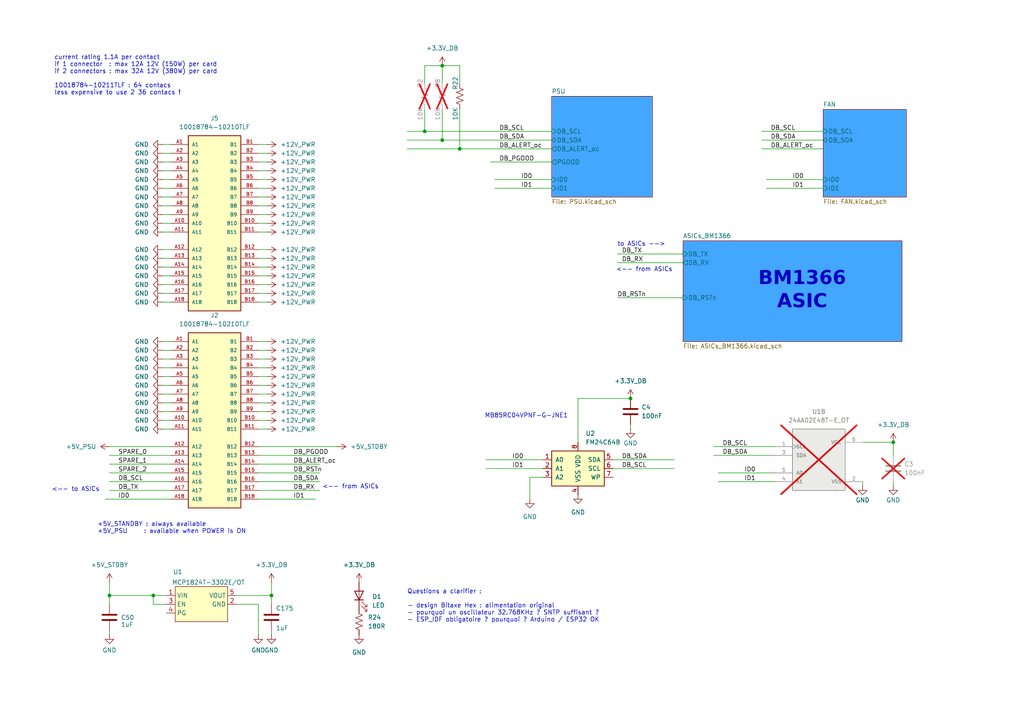
<source format=kicad_sch>
(kicad_sch (version 20231120) (generator "eeschema") (generator_version "8.0")
  (paper "A4")
  (lib_symbols
    (symbol "10018784-10210TLF:10018784-10210TLF" (pin_names (offset 1.016))
      (property "Reference" "J" (at -7.6109 26.1679 0))
      (property "Value" "10018784-10210TLF" (at -7.6106 -28.0246 0))
      (symbol "10018784-10210TLF_0_0"
        (rectangle (start -7.62 -25.4) (end 7.62 25.4) (stroke (width 0.254)) (fill (type background)))
        (pin passive line (at -12.7 22.86 0) (length 5.08) (name "A1") (number "A1"))
        (pin passive line (at -12.7 0 0) (length 5.08) (name "A10") (number "A10"))
        (pin passive line (at -12.7 -2.54 0) (length 5.08) (name "A11") (number "A11"))
        (pin passive line (at -12.7 -7.62 0) (length 5.08) (name "A12") (number "A12"))
        (pin passive line (at -12.7 -10.16 0) (length 5.08) (name "A13") (number "A13"))
        (pin passive line (at -12.7 -12.7 0) (length 5.08) (name "A14") (number "A14"))
        (pin passive line (at -12.7 -15.24 0) (length 5.08) (name "A15") (number "A15"))
        (pin passive line (at -12.7 -17.78 0) (length 5.08) (name "A16") (number "A16"))
        (pin passive line (at -12.7 -20.32 0) (length 5.08) (name "A17") (number "A17"))
        (pin passive line (at -12.7 -22.86 0) (length 5.08) (name "A18") (number "A18"))
        (pin passive line (at -12.7 20.32 0) (length 5.08) (name "A2") (number "A2"))
        (pin passive line (at -12.7 17.78 0) (length 5.08) (name "A3") (number "A3"))
        (pin passive line (at -12.7 15.24 0) (length 5.08) (name "A4") (number "A4"))
        (pin passive line (at -12.7 12.7 0) (length 5.08) (name "A5") (number "A5"))
        (pin passive line (at -12.7 10.16 0) (length 5.08) (name "A6") (number "A6"))
        (pin passive line (at -12.7 7.62 0) (length 5.08) (name "A7") (number "A7"))
        (pin passive line (at -12.7 5.08 0) (length 5.08) (name "A8") (number "A8"))
        (pin passive line (at -12.7 2.54 0) (length 5.08) (name "A9") (number "A9"))
        (pin passive line (at 12.7 22.86 180) (length 5.08) (name "B1") (number "B1"))
        (pin passive line (at 12.7 0 180) (length 5.08) (name "B10") (number "B10"))
        (pin passive line (at 12.7 -2.54 180) (length 5.08) (name "B11") (number "B11"))
        (pin passive line (at 12.7 -7.62 180) (length 5.08) (name "B12") (number "B12"))
        (pin passive line (at 12.7 -10.16 180) (length 5.08) (name "B13") (number "B13"))
        (pin passive line (at 12.7 -12.7 180) (length 5.08) (name "B14") (number "B14"))
        (pin passive line (at 12.7 -15.24 180) (length 5.08) (name "B15") (number "B15"))
        (pin passive line (at 12.7 -17.78 180) (length 5.08) (name "B16") (number "B16"))
        (pin passive line (at 12.7 -20.32 180) (length 5.08) (name "B17") (number "B17"))
        (pin passive line (at 12.7 -22.86 180) (length 5.08) (name "B18") (number "B18"))
        (pin passive line (at 12.7 20.32 180) (length 5.08) (name "B2") (number "B2"))
        (pin passive line (at 12.7 17.78 180) (length 5.08) (name "B3") (number "B3"))
        (pin passive line (at 12.7 15.24 180) (length 5.08) (name "B4") (number "B4"))
        (pin passive line (at 12.7 12.7 180) (length 5.08) (name "B5") (number "B5"))
        (pin passive line (at 12.7 10.16 180) (length 5.08) (name "B6") (number "B6"))
        (pin passive line (at 12.7 7.62 180) (length 5.08) (name "B7") (number "B7"))
        (pin passive line (at 12.7 5.08 180) (length 5.08) (name "B8") (number "B8"))
        (pin passive line (at 12.7 2.54 180) (length 5.08) (name "B9") (number "B9"))
      )
    )
    (symbol "24AA025E48T-E_OT_1" (pin_names (offset 1.016))
      (property "Reference" "U" (at -7.62 10.668 0))
      (property "Value" "24AA025E48T-E_OT" (at -7.62 -10.16 0))
      (symbol "24AA025E48T-E_OT_1_0_0"
        (rectangle (start -7.62 -7.62) (end 7.62 10.16) (stroke (width 0.254)) (fill (type background)))
        (pin input clock (at -12.7 5.08 0) (length 5.08) (name "SCL") (number "1"))
        (pin bidirectional line (at -12.7 2.54 0) (length 5.08) (name "SDA") (number "3"))
        (pin input line (at -12.7 -5.08 0) (length 5.08) (name "A1") (number "4"))
        (pin input line (at -12.7 -2.54 0) (length 5.08) (name "A0") (number "5"))
        (pin power_in line (at 12.7 6.35 180) (length 5.08) (name "VCC") (number "6"))
      )
      (symbol "24AA025E48T-E_OT_1_1_0"
        (pin power_out line (at 12.7 -5.08 180) (length 5.08) (name "VSS") (number "2"))
      )
    )
    (symbol "Device:C" (pin_numbers hide) (pin_names (offset 0.254))
      (property "Reference" "C" (at 0.635 2.54 0))
      (property "Value" "C" (at 0.635 -2.54 0))
      (symbol "C_0_1"
        (polyline (pts (xy -2.032 -0.762) (xy 2.032 -0.762)) (stroke (width 0.508)))
        (polyline (pts (xy -2.032 0.762) (xy 2.032 0.762)) (stroke (width 0.508)))
      )
      (symbol "C_1_1"
        (pin passive line (at 0 3.81 270) (length 2.794) (name "~") (number "1"))
        (pin passive line (at 0 -3.81 90) (length 2.794) (name "~") (number "2"))
      )
    )
    (symbol "Device:LED" (pin_numbers hide) (pin_names (offset 1.016) hide)
      (property "Reference" "D" (at 0 2.54 0))
      (property "Value" "LED" (at 0 -2.54 0))
      (symbol "LED_0_1"
        (polyline (pts (xy -1.27 -1.27) (xy -1.27 1.27)) (stroke (width 0.254)))
        (polyline (pts (xy -1.27 0) (xy 1.27 0)))
        (polyline (pts (xy 1.27 -1.27) (xy 1.27 1.27) (xy -1.27 0) (xy 1.27 -1.27)) (stroke (width 0.254)))
        (polyline (pts (xy -3.048 -0.762) (xy -4.572 -2.286) (xy -3.81 -2.286) (xy -4.572 -2.286) (xy -4.572 -1.524)))
        (polyline (pts (xy -1.778 -0.762) (xy -3.302 -2.286) (xy -2.54 -2.286) (xy -3.302 -2.286) (xy -3.302 -1.524)))
      )
      (symbol "LED_1_1"
        (pin passive line (at -3.81 0 0) (length 2.54) (name "K") (number "1"))
        (pin passive line (at 3.81 0 180) (length 2.54) (name "A") (number "2"))
      )
    )
    (symbol "Device:R_US" (pin_numbers hide) (pin_names (offset 0))
      (property "Reference" "R" (at 2.54 0 90))
      (property "Value" "R_US" (at -2.54 0 90))
      (symbol "R_US_0_1"
        (polyline (pts (xy 0 -2.286) (xy 0 -2.54)))
        (polyline (pts (xy 0 2.286) (xy 0 2.54)))
        (polyline (pts (xy 0 -0.762) (xy 1.016 -1.143) (xy 0 -1.524) (xy -1.016 -1.905) (xy 0 -2.286)))
        (polyline (pts (xy 0 0.762) (xy 1.016 0.381) (xy 0 0) (xy -1.016 -0.381) (xy 0 -0.762)))
        (polyline (pts (xy 0 2.286) (xy 1.016 1.905) (xy 0 1.524) (xy -1.016 1.143) (xy 0 0.762)))
      )
      (symbol "R_US_1_1"
        (pin passive line (at 0 3.81 270) (length 1.27) (name "~") (number "1"))
        (pin passive line (at 0 -3.81 90) (length 1.27) (name "~") (number "2"))
      )
    )
    (symbol "MCP1824_1"
      (property "Reference" "U" (at -7.62 5.08 0))
      (property "Value" "MCP1824_1" (at 5.08 5.08 0))
      (symbol "MCP1824_1_0_1"
        (rectangle (start -7.62 3.81) (end 7.62 -6.35) (stroke (width 0.1524)) (fill (type background)))
      )
      (symbol "MCP1824_1_1_0"
        (pin bidirectional line (at -10.16 1.27 0) (length 2.54) (name "VIN") (number "1"))
        (pin bidirectional line (at 10.16 -1.27 180) (length 2.54) (name "GND") (number "2"))
        (pin bidirectional line (at -10.16 -1.27 0) (length 2.54) (name "EN") (number "3"))
        (pin bidirectional line (at -10.16 -3.81 0) (length 2.54) (name "PG") (number "4"))
        (pin bidirectional line (at 10.16 1.27 180) (length 2.54) (name "VOUT") (number "5"))
      )
    )
    (symbol "Memory_NVRAM:FM24C64B" (pin_names (offset 1.016))
      (property "Reference" "U" (at -5.08 8.89 0))
      (property "Value" "FM24C64B" (at 6.35 -8.89 0))
      (symbol "FM24C64B_0_1"
        (rectangle (start -7.62 5.08) (end 7.62 -5.08) (stroke (width 0.254)) (fill (type background)))
      )
      (symbol "FM24C64B_1_1"
        (pin input line (at -10.16 2.54 0) (length 2.54) (name "A0") (number "1"))
        (pin input line (at -10.16 0 0) (length 2.54) (name "A1") (number "2"))
        (pin input line (at -10.16 -2.54 0) (length 2.54) (name "A2") (number "3"))
        (pin power_in line (at 0 -7.62 90) (length 2.54) (name "VSS") (number "4"))
        (pin bidirectional line (at 10.16 2.54 180) (length 2.54) (name "SDA") (number "5"))
        (pin input line (at 10.16 0 180) (length 2.54) (name "SCL") (number "6"))
        (pin input line (at 10.16 -2.54 180) (length 2.54) (name "WP") (number "7"))
        (pin power_in line (at 0 7.62 270) (length 2.54) (name "VDD") (number "8"))
      )
    )
    (symbol "power:+3.3V" (power) (pin_names (offset 0))
      (property "Value" "+3.3V" (at 0 3.556 0))
      (symbol "+3.3V_0_1"
        (polyline (pts (xy -0.762 1.27) (xy 0 2.54)))
        (polyline (pts (xy 0 0) (xy 0 2.54)))
        (polyline (pts (xy 0 2.54) (xy 0.762 1.27)))
      )
      (symbol "+3.3V_1_1"
        (pin power_in line (at 0 0 90) (length 0) hide (name "+3.3V") (number "1"))
      )
    )
    (symbol "power:GND" (power) (pin_numbers hide) (pin_names (offset 0) hide)
      (property "Value" "GND" (at 0 -3.81 0))
      (symbol "GND_0_1"
        (polyline (pts (xy 0 0) (xy 0 -1.27) (xy 1.27 -1.27) (xy 0 -2.54) (xy -1.27 -1.27) (xy 0 -1.27)))
      )
      (symbol "GND_1_1"
        (pin power_in line (at 0 0 270) (length 0) (name "~") (number "1"))
      )
    )
  )
  (junction (at 128.27 19.05))
  (junction (at 128.27 40.64))
  (junction (at 259.08 128.27))
  (junction (at 182.88 115.57))
  (junction (at 123.19 38.1))
  (junction (at 31.75 172.72))
  (junction (at 78.74 172.72))
  (junction (at 133.35 43.18))
  (junction (at 44.45 172.72))
  (wire (pts (xy 118.11 38.1) (xy 123.19 38.1)))
  (wire (pts (xy 31.75 172.72) (xy 31.75 175.26)))
  (wire (pts (xy 74.93 52.07) (xy 77.47 52.07)))
  (wire (pts (xy 224.79 137.16) (xy 208.28 137.16)))
  (wire (pts (xy 31.75 134.62) (xy 49.53 134.62)))
  (wire (pts (xy 74.93 62.23) (xy 77.47 62.23)))
  (wire (pts (xy 31.75 129.54) (xy 49.53 129.54)))
  (wire (pts (xy 133.35 43.18) (xy 160.02 43.18)))
  (wire (pts (xy 31.75 139.7) (xy 49.53 139.7)))
  (wire (pts (xy 31.75 168.91) (xy 31.75 172.72)))
  (wire (pts (xy 133.35 19.05) (xy 133.35 24.13)))
  (wire (pts (xy 153.67 144.78) (xy 153.67 138.43)))
  (wire (pts (xy 46.99 121.92) (xy 49.53 121.92)))
  (wire (pts (xy 77.47 111.76) (xy 74.93 111.76)))
  (wire (pts (xy 118.11 40.64) (xy 128.27 40.64)))
  (wire (pts (xy 123.19 24.13) (xy 123.19 19.05)))
  (wire (pts (xy 74.93 80.01) (xy 77.47 80.01)))
  (wire (pts (xy 46.99 52.07) (xy 49.53 52.07)))
  (wire (pts (xy 153.67 138.43) (xy 157.48 138.43)))
  (wire (pts (xy 220.98 38.1) (xy 238.76 38.1)))
  (wire (pts (xy 46.99 119.38) (xy 49.53 119.38)))
  (wire (pts (xy 167.64 128.27) (xy 167.64 115.57)))
  (wire (pts (xy 46.99 80.01) (xy 49.53 80.01)))
  (wire (pts (xy 220.98 43.18) (xy 238.76 43.18)))
  (wire (pts (xy 31.75 172.72) (xy 44.45 172.72)))
  (wire (pts (xy 46.99 106.68) (xy 49.53 106.68)))
  (wire (pts (xy 160.02 54.61) (xy 143.51 54.61)))
  (wire (pts (xy 177.8 135.89) (xy 195.58 135.89)))
  (wire (pts (xy 77.47 106.68) (xy 74.93 106.68)))
  (wire (pts (xy 46.99 72.39) (xy 49.53 72.39)))
  (wire (pts (xy 44.45 172.72) (xy 48.26 172.72)))
  (wire (pts (xy 78.74 184.15) (xy 78.74 182.88)))
  (wire (pts (xy 128.27 31.75) (xy 128.27 40.64)))
  (wire (pts (xy 46.99 64.77) (xy 49.53 64.77)))
  (wire (pts (xy 77.47 41.91) (xy 74.93 41.91)))
  (wire (pts (xy 46.99 74.93) (xy 49.53 74.93)))
  (wire (pts (xy 46.99 41.91) (xy 49.53 41.91)))
  (wire (pts (xy 179.07 73.66) (xy 198.12 73.66)))
  (wire (pts (xy 46.99 59.69) (xy 49.53 59.69)))
  (wire (pts (xy 74.93 184.15) (xy 74.93 175.26)))
  (wire (pts (xy 46.99 109.22) (xy 49.53 109.22)))
  (wire (pts (xy 46.99 57.15) (xy 49.53 57.15)))
  (wire (pts (xy 46.99 54.61) (xy 49.53 54.61)))
  (wire (pts (xy 74.93 129.54) (xy 97.79 129.54)))
  (wire (pts (xy 224.79 139.7) (xy 208.28 139.7)))
  (wire (pts (xy 77.47 82.55) (xy 74.93 82.55)))
  (wire (pts (xy 77.47 49.53) (xy 74.93 49.53)))
  (wire (pts (xy 123.19 19.05) (xy 128.27 19.05)))
  (wire (pts (xy 160.02 52.07) (xy 143.51 52.07)))
  (wire (pts (xy 77.47 64.77) (xy 74.93 64.77)))
  (wire (pts (xy 46.99 99.06) (xy 49.53 99.06)))
  (wire (pts (xy 118.11 43.18) (xy 133.35 43.18)))
  (wire (pts (xy 128.27 19.05) (xy 133.35 19.05)))
  (wire (pts (xy 91.44 144.78) (xy 74.93 144.78)))
  (wire (pts (xy 157.48 133.35) (xy 140.97 133.35)))
  (wire (pts (xy 250.19 140.97) (xy 250.19 139.7)))
  (wire (pts (xy 238.76 52.07) (xy 222.25 52.07)))
  (wire (pts (xy 46.99 46.99) (xy 49.53 46.99)))
  (wire (pts (xy 238.76 54.61) (xy 222.25 54.61)))
  (wire (pts (xy 74.93 44.45) (xy 77.47 44.45)))
  (wire (pts (xy 46.99 116.84) (xy 49.53 116.84)))
  (wire (pts (xy 77.47 77.47) (xy 74.93 77.47)))
  (wire (pts (xy 46.99 104.14) (xy 49.53 104.14)))
  (wire (pts (xy 74.93 109.22) (xy 77.47 109.22)))
  (wire (pts (xy 74.93 139.7) (xy 92.71 139.7)))
  (wire (pts (xy 77.47 116.84) (xy 74.93 116.84)))
  (wire (pts (xy 44.45 172.72) (xy 44.45 175.26)))
  (wire (pts (xy 78.74 172.72) (xy 78.74 175.26)))
  (wire (pts (xy 77.47 59.69) (xy 74.93 59.69)))
  (wire (pts (xy 74.93 85.09) (xy 77.47 85.09)))
  (wire (pts (xy 74.93 134.62) (xy 92.71 134.62)))
  (wire (pts (xy 46.99 101.6) (xy 49.53 101.6)))
  (wire (pts (xy 74.93 114.3) (xy 77.47 114.3)))
  (wire (pts (xy 133.35 31.75) (xy 133.35 43.18)))
  (wire (pts (xy 46.99 62.23) (xy 49.53 62.23)))
  (wire (pts (xy 179.07 76.2) (xy 198.12 76.2)))
  (wire (pts (xy 74.93 124.46) (xy 77.47 124.46)))
  (wire (pts (xy 77.47 72.39) (xy 74.93 72.39)))
  (wire (pts (xy 128.27 19.05) (xy 128.27 24.13)))
  (wire (pts (xy 46.99 114.3) (xy 49.53 114.3)))
  (wire (pts (xy 77.47 54.61) (xy 74.93 54.61)))
  (wire (pts (xy 123.19 38.1) (xy 160.02 38.1)))
  (wire (pts (xy 46.99 77.47) (xy 49.53 77.47)))
  (wire (pts (xy 259.08 132.08) (xy 259.08 128.27)))
  (wire (pts (xy 46.99 85.09) (xy 49.53 85.09)))
  (wire (pts (xy 74.93 175.26) (xy 68.58 175.26)))
  (wire (pts (xy 74.93 137.16) (xy 92.71 137.16)))
  (wire (pts (xy 74.93 132.08) (xy 92.71 132.08)))
  (wire (pts (xy 77.47 87.63) (xy 74.93 87.63)))
  (wire (pts (xy 78.74 168.91) (xy 78.74 172.72)))
  (wire (pts (xy 46.99 67.31) (xy 49.53 67.31)))
  (wire (pts (xy 74.93 119.38) (xy 77.47 119.38)))
  (wire (pts (xy 46.99 82.55) (xy 49.53 82.55)))
  (wire (pts (xy 31.75 137.16) (xy 49.53 137.16)))
  (wire (pts (xy 46.99 87.63) (xy 49.53 87.63)))
  (wire (pts (xy 74.93 57.15) (xy 77.47 57.15)))
  (wire (pts (xy 31.75 142.24) (xy 49.53 142.24)))
  (wire (pts (xy 179.07 86.36) (xy 198.12 86.36)))
  (wire (pts (xy 142.24 46.99) (xy 160.02 46.99)))
  (wire (pts (xy 31.75 132.08) (xy 49.53 132.08)))
  (wire (pts (xy 46.99 111.76) (xy 49.53 111.76)))
  (wire (pts (xy 74.93 67.31) (xy 77.47 67.31)))
  (wire (pts (xy 30.48 144.78) (xy 49.53 144.78)))
  (wire (pts (xy 46.99 44.45) (xy 49.53 44.45)))
  (wire (pts (xy 167.64 115.57) (xy 182.88 115.57)))
  (wire (pts (xy 44.45 175.26) (xy 48.26 175.26)))
  (wire (pts (xy 74.93 101.6) (xy 77.47 101.6)))
  (wire (pts (xy 77.47 46.99) (xy 74.93 46.99)))
  (wire (pts (xy 74.93 74.93) (xy 77.47 74.93)))
  (wire (pts (xy 157.48 135.89) (xy 140.97 135.89)))
  (wire (pts (xy 259.08 139.7) (xy 259.08 140.97)))
  (wire (pts (xy 46.99 124.46) (xy 49.53 124.46)))
  (wire (pts (xy 207.01 129.54) (xy 224.79 129.54)))
  (wire (pts (xy 207.01 132.08) (xy 224.79 132.08)))
  (wire (pts (xy 250.19 128.27) (xy 259.08 128.27)))
  (wire (pts (xy 123.19 31.75) (xy 123.19 38.1)))
  (wire (pts (xy 220.98 40.64) (xy 238.76 40.64)))
  (wire (pts (xy 177.8 133.35) (xy 195.58 133.35)))
  (wire (pts (xy 74.93 142.24) (xy 92.71 142.24)))
  (wire (pts (xy 77.47 104.14) (xy 74.93 104.14)))
  (wire (pts (xy 46.99 49.53) (xy 49.53 49.53)))
  (wire (pts (xy 182.88 123.19) (xy 182.88 124.46)))
  (wire (pts (xy 77.47 99.06) (xy 74.93 99.06)))
  (wire (pts (xy 77.47 121.92) (xy 74.93 121.92)))
  (wire (pts (xy 68.58 172.72) (xy 78.74 172.72)))
  (wire (pts (xy 31.75 184.15) (xy 31.75 182.88)))
  (wire (pts (xy 128.27 40.64) (xy 160.02 40.64)))
  (text "<-- from ASICs" (at 93.472 141.224 0) (effects (font (size 1.27 1.27)) (justify left)))
  (text "MB85RC04VPNF-G-JNE1" (at 152.654 120.65 0) (effects (font (size 1.27 1.27))))
  (text "<-- from ASICs" (at 195.072 78.232 0) (effects (font (size 1.27 1.27)) (justify right)))
  (text "<-- to ASICs" (at 14.986 141.986 0) (effects (font (size 1.27 1.27)) (justify left)))
  (text "Questions a clarifier :\n\n- design Bitaxe Hex : alimentation original\n- pourquoi un oscillateur 32.768KHz ? SNTP suffisant ?\n- ESP_IDF obligatoire ? pourquoi ? Arduino / ESP32 OK\n" (at 118.11 175.768 0) (effects (font (size 1.27 1.27)) (justify left)))
  (text "to ASICs -->" (at 179.07 70.866 0) (effects (font (size 1.27 1.27)) (justify left)))
  (text "BM1366\nASIC" (at 232.664 85.344 0) (effects (font (size 4 4) (thickness 0.8) (bold yes))))
  (text "current rating 1.1A per contact\nif 1 connector  : max 12A 12V (150W) per card\nif 2 connectors : max 32A 12V (380W) per card\n\n10018784-10211TLF : 64 contacs\nless expensive to use 2 36 contacs !" (at 15.748 21.844 0) (effects (font (size 1.27 1.27)) (justify left)))
  (text "+5V_STANDBY : always available\n+5V_PSU     : available when POWER is ON" (at 28.194 153.162 0) (effects (font (size 1.27 1.27)) (justify left)))
  (label "DB_PGOOD" (at 85.09 132.08 0))
  (label "SPARE_0" (at 34.29 132.08 0))
  (label "ID1" (at 148.59 135.89 0))
  (label "DB_RX" (at 180.34 76.2 0))
  (label "SPARE_1" (at 34.29 134.62 0))
  (label "SPARE_2" (at 34.29 137.16 0))
  (label "DB_SDA" (at 85.09 139.7 0))
  (label "DB_SCL" (at 223.52 38.1 0))
  (label "ID0" (at 148.59 133.35 0))
  (label "DB_SDA" (at 180.34 133.35 0))
  (label "DB_ALERT_oc" (at 85.09 134.62 0))
  (label "ID1" (at 151.13 54.61 0))
  (label "DB_SCL" (at 34.29 139.7 0))
  (label "ID1" (at 215.9 139.7 0))
  (label "ID1" (at 229.87 54.61 0))
  (label "ID1" (at 85.09 144.78 0))
  (label "DB_SDA" (at 144.78 40.64 0))
  (label "DB_RSTn" (at 85.09 137.16 0))
  (label "ID0" (at 34.29 144.78 0))
  (label "ID0" (at 229.87 52.07 0))
  (label "DB_RSTn" (at 179.07 86.36 0))
  (label "DB_TX" (at 180.34 73.66 0))
  (label "DB_PGOOD" (at 144.78 46.99 0))
  (label "DB_SDA" (at 209.55 132.08 0))
  (label "ID0" (at 215.9 137.16 0))
  (label "DB_SCL" (at 144.78 38.1 0))
  (label "DB_RX" (at 85.09 142.24 0))
  (label "DB_SCL" (at 180.34 135.89 0))
  (label "ID0" (at 151.13 52.07 0))
  (label "DB_TX" (at 34.29 142.24 0))
  (label "DB_SDA" (at 223.52 40.64 0))
  (label "DB_ALERT_oc" (at 223.52 43.18 0))
  (label "DB_SCL" (at 209.55 129.54 0))
  (label "DB_ALERT_oc" (at 144.78 43.18 0))
  (symbol (lib_id "power:GND") (at 74.93 184.15 0) (mirror y) (unit 1)
    (property "Reference" "#PWR046" (effects (hide yes)))
    (property "Value" "GND" (at 74.93 188.595 0))
  )
  (symbol (lib_id "power:+3.3V") (at 77.47 41.91 270) (unit 1)
    (property "Reference" "#PWR0245" (effects (hide yes)))
    (property "Value" "+12V_PWR" (at 81.28 41.9099 90) (effects (justify left)))
  )
  (symbol (lib_id "power:GND") (at 31.75 184.15 0) (mirror y) (unit 1)
    (property "Reference" "#PWR039" (effects (hide yes)))
    (property "Value" "GND" (at 31.75 188.595 0))
  )
  (symbol (lib_id "power:GND") (at 46.99 67.31 270) (unit 1)
    (property "Reference" "#PWR0242" (effects (hide yes)))
    (property "Value" "GND" (at 43.18 67.3099 90) (effects (justify right)))
    (property "Description" "Power symbol creates a global label with name \"GND\" , ground" (effects (hide yes)))
  )
  (symbol (lib_id "power:+3.3V") (at 77.47 46.99 270) (unit 1)
    (property "Reference" "#PWR0247" (effects (hide yes)))
    (property "Value" "+12V_PWR" (at 81.28 46.9899 90) (effects (justify left)))
  )
  (symbol (lib_id "power:GND") (at 46.99 46.99 270) (unit 1)
    (property "Reference" "#PWR0211" (effects (hide yes)))
    (property "Value" "GND" (at 43.18 46.9899 90) (effects (justify right)))
    (property "Description" "Power symbol creates a global label with name \"GND\" , ground" (effects (hide yes)))
  )
  (symbol (lib_id "power:GND") (at 46.99 44.45 270) (unit 1)
    (property "Reference" "#PWR0208" (effects (hide yes)))
    (property "Value" "GND" (at 43.18 44.4499 90) (effects (justify right)))
    (property "Description" "Power symbol creates a global label with name \"GND\" , ground" (effects (hide yes)))
  )
  (symbol (lib_id "power:+3.3V") (at 77.47 80.01 270) (unit 1)
    (property "Reference" "#PWR0263" (effects (hide yes)))
    (property "Value" "+12V_PWR" (at 81.28 80.0099 90) (effects (justify left)))
  )
  (symbol (lib_id "power:GND") (at 46.99 82.55 270) (unit 1)
    (property "Reference" "#PWR0259" (effects (hide yes)))
    (property "Value" "GND" (at 43.18 82.5499 90) (effects (justify right)))
    (property "Description" "Power symbol creates a global label with name \"GND\" , ground" (effects (hide yes)))
  )
  (symbol (lib_id "power:+3.3V") (at 77.47 109.22 270) (unit 1)
    (property "Reference" "#PWR017" (effects (hide yes)))
    (property "Value" "+12V_PWR" (at 81.28 109.2199 90) (effects (justify left)))
  )
  (symbol (lib_id "power:GND") (at 46.99 119.38 270) (unit 1)
    (property "Reference" "#PWR06" (effects (hide yes)))
    (property "Value" "GND" (at 43.18 119.3799 90) (effects (justify right)))
    (property "Description" "Power symbol creates a global label with name \"GND\" , ground" (effects (hide yes)))
  )
  (symbol (lib_id "power:GND") (at 46.99 52.07 270) (unit 1)
    (property "Reference" "#PWR0213" (effects (hide yes)))
    (property "Value" "GND" (at 43.18 52.0699 90) (effects (justify right)))
    (property "Description" "Power symbol creates a global label with name \"GND\" , ground" (effects (hide yes)))
  )
  (symbol (lib_id "power:GND") (at 46.99 77.47 270) (unit 1)
    (property "Reference" "#PWR0190" (effects (hide yes)))
    (property "Value" "GND" (at 43.18 77.4699 90) (effects (justify right)))
    (property "Description" "Power symbol creates a global label with name \"GND\" , ground" (effects (hide yes)))
  )
  (symbol (lib_id "power:GND") (at 153.67 144.78 0) (unit 1)
    (property "Reference" "#PWR016" (effects (hide yes)))
    (property "Value" "GND" (at 153.67 149.86 0))
    (property "Description" "Power symbol creates a global label with name \"GND\" , ground" (effects (hide yes)))
  )
  (symbol (lib_id "Device:C") (at 259.08 135.89 0) (unit 1) (dnp yes)
    (property "Reference" "C3" (at 262.255 134.62 0) (effects (justify left)))
    (property "Value" "100nF" (at 262.255 137.16 0) (effects (justify left)))
    (property "Footprint" "Capacitor_SMD:C_0402_1005Metric" (effects (hide yes)))
    (property "DK" "490-6321-1-ND" (effects (hide yes)))
    (property "PARTNO" "GRM155R71A104KA01D" (effects (hide yes)))
  )
  (symbol (lib_id "power:GND") (at 182.88 124.46 0) (unit 1)
    (property "Reference" "#PWR047" (effects (hide yes)))
    (property "Value" "GND" (at 182.88 128.524 0))
    (property "Description" "Power symbol creates a global label with name \"GND\" , ground" (effects (hide yes)))
  )
  (symbol (lib_id "power:+3.3V") (at 77.47 67.31 270) (unit 1)
    (property "Reference" "#PWR0255" (effects (hide yes)))
    (property "Value" "+12V_PWR" (at 81.28 67.3099 90) (effects (justify left)))
  )
  (symbol (lib_id "power:GND") (at 46.99 49.53 270) (unit 1)
    (property "Reference" "#PWR0212" (effects (hide yes)))
    (property "Value" "GND" (at 43.18 49.5299 90) (effects (justify right)))
    (property "Description" "Power symbol creates a global label with name \"GND\" , ground" (effects (hide yes)))
  )
  (symbol (lib_id "power:+3.3V") (at 77.47 44.45 270) (unit 1)
    (property "Reference" "#PWR0246" (effects (hide yes)))
    (property "Value" "+12V_PWR" (at 81.28 44.4499 90) (effects (justify left)))
  )
  (symbol (lib_id "Device:C") (at 78.74 179.07 0) (unit 1)
    (property "Reference" "C175" (at 80.01 177.165 0) (effects (justify left bottom)))
    (property "Value" "1uF" (at 80.01 182.88 0) (effects (justify left bottom)))
    (property "Footprint" "Capacitor_SMD:C_0402_1005Metric" (effects (hide yes)))
    (property "DK" "587-5514-1-ND" (effects (hide yes)))
    (property "PARTNO" "EMK105BJ105MV-F" (effects (hide yes)))
  )
  (symbol (lib_id "power:+3.3V") (at 182.88 115.57 0) (unit 1)
    (property "Reference" "#PWR0218" (effects (hide yes)))
    (property "Value" "+3.3V_DB" (at 182.88 110.49 0))
  )
  (symbol (lib_id "power:+3.3V") (at 77.47 77.47 270) (unit 1)
    (property "Reference" "#PWR0262" (effects (hide yes)))
    (property "Value" "+12V_PWR" (at 81.28 77.4699 90) (effects (justify left)))
  )
  (symbol (lib_id "power:GND") (at 259.08 140.97 0) (unit 1)
    (property "Reference" "#PWR024" (effects (hide yes)))
    (property "Value" "GND" (at 259.08 145.034 0))
    (property "Description" "Power symbol creates a global label with name \"GND\" , ground" (effects (hide yes)))
  )
  (symbol (lib_id "power:+3.3V") (at 77.47 104.14 270) (unit 1)
    (property "Reference" "#PWR028" (effects (hide yes)))
    (property "Value" "+12V_PWR" (at 81.28 104.1399 90) (effects (justify left)))
  )
  (symbol (lib_id "power:+3.3V") (at 77.47 52.07 270) (unit 1)
    (property "Reference" "#PWR0249" (effects (hide yes)))
    (property "Value" "+12V_PWR" (at 81.28 52.0699 90) (effects (justify left)))
  )
  (symbol (lib_id "power:GND") (at 104.14 184.15 0) (unit 1)
    (property "Reference" "#PWR0173" (effects (hide yes)))
    (property "Value" "GND" (at 104.14 189.23 0))
    (property "Description" "Power symbol creates a global label with name \"GND\" , ground" (effects (hide yes)))
  )
  (symbol (lib_id "power:+3.3V") (at 77.47 106.68 270) (unit 1)
    (property "Reference" "#PWR029" (effects (hide yes)))
    (property "Value" "+12V_PWR" (at 81.28 106.6799 90) (effects (justify left)))
  )
  (symbol (lib_id "power:+3.3V") (at 77.47 85.09 270) (unit 1)
    (property "Reference" "#PWR0265" (effects (hide yes)))
    (property "Value" "+12V_PWR" (at 81.28 85.0899 90) (effects (justify left)))
  )
  (symbol (lib_id "power:GND") (at 46.99 74.93 270) (unit 1)
    (property "Reference" "#PWR0244" (effects (hide yes)))
    (property "Value" "GND" (at 43.18 74.9299 90) (effects (justify right)))
    (property "Description" "Power symbol creates a global label with name \"GND\" , ground" (effects (hide yes)))
  )
  (symbol (lib_id "power:+3.3V") (at 77.47 59.69 270) (unit 1)
    (property "Reference" "#PWR0252" (effects (hide yes)))
    (property "Value" "+12V_PWR" (at 81.28 59.6899 90) (effects (justify left)))
  )
  (symbol (lib_id "Device:R_US") (at 123.19 27.94 180) (unit 1) (dnp yes)
    (property "Reference" "R2" (at 121.92 24.13 90))
    (property "Value" "10K" (at 121.92 33.02 90))
    (property "Footprint" "Resistor_SMD:R_0402_1005Metric" (effects (hide yes)))
  )
  (symbol (lib_id "power:GND") (at 46.99 99.06 270) (unit 1)
    (property "Reference" "#PWR011" (effects (hide yes)))
    (property "Value" "GND" (at 43.18 99.0599 90) (effects (justify right)))
    (property "Description" "Power symbol creates a global label with name \"GND\" , ground" (effects (hide yes)))
  )
  (symbol (lib_id "power:+3.3V") (at 77.47 57.15 270) (unit 1)
    (property "Reference" "#PWR0251" (effects (hide yes)))
    (property "Value" "+12V_PWR" (at 81.28 57.1499 90) (effects (justify left)))
  )
  (symbol (lib_name "24AA025E48T-E_OT_1") (lib_id "EKO_Miner_ASIClib:24AA025E48T-E_OT") (at 237.49 134.62 0) (unit 1) (dnp yes)
    (property "Reference" "U18" (at 237.49 119.38 0))
    (property "Value" "24AA02E48T-E_OT" (at 237.49 121.92 0))
    (property "Footprint" "Package_TO_SOT_SMD:SOT-23-6" (effects (hide yes)))
    (property "MF" "Microchip" (effects (hide yes)))
    (property "SNAPEDA_PACKAGE_ID" "121498" (effects (hide yes)))
    (property "MAXIMUM_PACKAGE_HEIGHT" "1.45 mm" (effects (hide yes)))
    (property "Price" "None" (effects (hide yes)))
    (property "Package" "SOT-23-6 Microchip" (effects (hide yes)))
    (property "Check_prices" "https://www.snapeda.com/parts/24AA025E48T-E/OT/Microchip/view-part/?ref=eda" (effects (hide yes)))
    (property "STANDARD" "IPC 7351B" (effects (hide yes)))
    (property "PARTREV" "G" (effects (hide yes)))
    (property "SnapEDA_Link" "https://www.snapeda.com/parts/24AA025E48T-E/OT/Microchip/view-part/?ref=snap" (effects (hide yes)))
    (property "MP" "24AA025E48T-E/OT" (effects (hide yes)))
    (property "Purchase-URL" "https://www.snapeda.com/api/url_track_click_mouser/?unipart_id=490400&manufacturer=Microchip&part_name=24AA025E48T-E/OT&search_term=24aa025e48" (effects (hide yes)))
    (property "Description_1" "\n6 SOT-23 T/R2K, 256 X 8 1.8V SERIAL EE, EXT | Microchip Technology Inc. 24AA025E48T-E/OT\n" (effects (hide yes)))
    (property "MANUFACTURER" "Microchip" (effects (hide yes)))
    (property "Availability" "In Stock" (effects (hide yes)))
    (property "SNAPEDA_PN" "24AA025E48T-E/OT" (effects (hide yes)))
  )
  (symbol (lib_id "power:+3.3V") (at 77.47 64.77 270) (unit 1)
    (property "Reference" "#PWR0254" (effects (hide yes)))
    (property "Value" "+12V_PWR" (at 81.28 64.7699 90) (effects (justify left)))
  )
  (symbol (lib_id "Device:R_US") (at 104.14 180.34 180) (unit 1)
    (property "Reference" "R24" (at 106.68 179.0699 0) (effects (justify right)))
    (property "Value" "180R" (at 106.68 181.6099 0) (effects (justify right)))
    (property "Footprint" "Resistor_SMD:R_0402_1005Metric" (effects (hide yes)))
  )
  (symbol (lib_id "power:+3.3V") (at 77.47 114.3 270) (unit 1)
    (property "Reference" "#PWR019" (effects (hide yes)))
    (property "Value" "+12V_PWR" (at 81.28 114.2999 90) (effects (justify left)))
  )
  (symbol (lib_id "Device:LED") (at 104.14 172.72 90) (unit 1)
    (property "Reference" "D1" (at 107.95 173.0374 90) (effects (justify right)))
    (property "Value" "LED" (at 107.95 175.5774 90) (effects (justify right)))
    (property "Footprint" "LED_SMD:LED_0805_2012Metric_Pad1.15x1.40mm_HandSolder" (effects (hide yes)))
    (property "Description" "Light emitting diode" (effects (hide yes)))
  )
  (symbol (lib_id "power:GND") (at 250.19 140.97 0) (unit 1)
    (property "Reference" "#PWR025" (effects (hide yes)))
    (property "Value" "GND" (at 250.19 145.034 0))
    (property "Description" "Power symbol creates a global label with name \"GND\" , ground" (effects (hide yes)))
  )
  (symbol (lib_id "Device:C") (at 182.88 119.38 0) (unit 1)
    (property "Reference" "C4" (at 186.055 118.11 0) (effects (justify left)))
    (property "Value" "100nF" (at 186.055 120.65 0) (effects (justify left)))
    (property "Footprint" "Capacitor_SMD:C_0402_1005Metric" (effects (hide yes)))
    (property "DK" "490-6321-1-ND" (effects (hide yes)))
    (property "PARTNO" "GRM155R71A104KA01D" (effects (hide yes)))
  )
  (symbol (lib_id "power:+3.3V") (at 259.08 128.27 0) (unit 1)
    (property "Reference" "#PWR010" (effects (hide yes)))
    (property "Value" "+3.3V_DB" (at 259.08 123.19 0))
  )
  (symbol (lib_id "power:GND") (at 46.99 80.01 270) (unit 1)
    (property "Reference" "#PWR0258" (effects (hide yes)))
    (property "Value" "GND" (at 43.18 80.0099 90) (effects (justify right)))
    (property "Description" "Power symbol creates a global label with name \"GND\" , ground" (effects (hide yes)))
  )
  (symbol (lib_id "power:GND") (at 46.99 109.22 270) (unit 1)
    (property "Reference" "#PWR02" (effects (hide yes)))
    (property "Value" "GND" (at 43.18 109.2199 90) (effects (justify right)))
    (property "Description" "Power symbol creates a global label with name \"GND\" , ground" (effects (hide yes)))
  )
  (symbol (lib_id "Memory_NVRAM:FM24C64B") (at 167.64 135.89 0) (unit 1)
    (property "Reference" "U2" (at 169.8341 125.73 0) (effects (justify left)))
    (property "Value" "FM24C64B" (at 169.8341 128.27 0) (effects (justify left)))
    (property "Footprint" "Package_SO:SOIC-8_3.9x4.9mm_P1.27mm" (effects (hide yes)))
    (property "Datasheet" "http://www.cypress.com/file/41651/download" (effects (hide yes)))
    (property "Description" "64Kb serial FRAM nonvolatile Memory, SOIC-8" (effects (hide yes)))
  )
  (symbol (lib_id "power:+3.3V") (at 77.47 72.39 270) (unit 1)
    (property "Reference" "#PWR0256" (effects (hide yes)))
    (property "Value" "+12V_PWR" (at 81.28 72.3899 90) (effects (justify left)))
  )
  (symbol (lib_id "power:+3.3V") (at 97.79 129.54 270) (unit 1)
    (property "Reference" "#PWR09" (effects (hide yes)))
    (property "Value" "+5V_STDBY" (at 101.6 129.5399 90) (effects (justify left)))
  )
  (symbol (lib_id "power:+3.3V") (at 77.47 99.06 270) (unit 1)
    (property "Reference" "#PWR026" (effects (hide yes)))
    (property "Value" "+12V_PWR" (at 81.28 99.0599 90) (effects (justify left)))
  )
  (symbol (lib_id "power:+3.3V") (at 128.27 19.05 0) (unit 1)
    (property "Reference" "#PWR030" (effects (hide yes)))
    (property "Value" "+3.3V_DB" (at 128.27 13.97 0))
  )
  (symbol (lib_id "power:+3.3V") (at 77.47 87.63 270) (unit 1)
    (property "Reference" "#PWR0266" (effects (hide yes)))
    (property "Value" "+12V_PWR" (at 81.28 87.6299 90) (effects (justify left)))
  )
  (symbol (lib_id "power:GND") (at 46.99 54.61 270) (unit 1)
    (property "Reference" "#PWR0224" (effects (hide yes)))
    (property "Value" "GND" (at 43.18 54.6099 90) (effects (justify right)))
    (property "Description" "Power symbol creates a global label with name \"GND\" , ground" (effects (hide yes)))
  )
  (symbol (lib_id "power:+3.3V") (at 77.47 101.6 270) (unit 1)
    (property "Reference" "#PWR027" (effects (hide yes)))
    (property "Value" "+12V_PWR" (at 81.28 101.5999 90) (effects (justify left)))
  )
  (symbol (lib_id "power:GND") (at 46.99 111.76 270) (unit 1)
    (property "Reference" "#PWR03" (effects (hide yes)))
    (property "Value" "GND" (at 43.18 111.7599 90) (effects (justify right)))
    (property "Description" "Power symbol creates a global label with name \"GND\" , ground" (effects (hide yes)))
  )
  (symbol (lib_id "power:+3.3V") (at 77.47 74.93 270) (unit 1)
    (property "Reference" "#PWR0257" (effects (hide yes)))
    (property "Value" "+12V_PWR" (at 81.28 74.9299 90) (effects (justify left)))
  )
  (symbol (lib_id "power:+3.3V") (at 77.47 119.38 270) (unit 1)
    (property "Reference" "#PWR021" (effects (hide yes)))
    (property "Value" "+12V_PWR" (at 81.28 119.3799 90) (effects (justify left)))
  )
  (symbol (lib_id "power:GND") (at 46.99 116.84 270) (unit 1)
    (property "Reference" "#PWR05" (effects (hide yes)))
    (property "Value" "GND" (at 43.18 116.8399 90) (effects (justify right)))
    (property "Description" "Power symbol creates a global label with name \"GND\" , ground" (effects (hide yes)))
  )
  (symbol (lib_id "power:+3.3V") (at 77.47 111.76 270) (unit 1)
    (property "Reference" "#PWR018" (effects (hide yes)))
    (property "Value" "+12V_PWR" (at 81.28 111.7599 90) (effects (justify left)))
  )
  (symbol (lib_id "power:GND") (at 46.99 114.3 270) (unit 1)
    (property "Reference" "#PWR04" (effects (hide yes)))
    (property "Value" "GND" (at 43.18 114.2999 90) (effects (justify right)))
    (property "Description" "Power symbol creates a global label with name \"GND\" , ground" (effects (hide yes)))
  )
  (symbol (lib_id "power:+3.3V") (at 77.47 124.46 270) (unit 1)
    (property "Reference" "#PWR023" (effects (hide yes)))
    (property "Value" "+12V_PWR" (at 81.28 124.4599 90) (effects (justify left)))
  )
  (symbol (lib_id "power:GND") (at 46.99 85.09 270) (unit 1)
    (property "Reference" "#PWR0260" (effects (hide yes)))
    (property "Value" "GND" (at 43.18 85.0899 90) (effects (justify right)))
    (property "Description" "Power symbol creates a global label with name \"GND\" , ground" (effects (hide yes)))
  )
  (symbol (lib_id "power:GND") (at 46.99 87.63 270) (unit 1)
    (property "Reference" "#PWR0261" (effects (hide yes)))
    (property "Value" "GND" (at 43.18 87.6299 90) (effects (justify right)))
    (property "Description" "Power symbol creates a global label with name \"GND\" , ground" (effects (hide yes)))
  )
  (symbol (lib_id "power:+3.3V") (at 31.75 168.91 0) (unit 1)
    (property "Reference" "#PWR0160" (effects (hide yes)))
    (property "Value" "+5V_STDBY" (at 31.75 163.83 0))
  )
  (symbol (lib_id "power:GND") (at 46.99 106.68 270) (unit 1)
    (property "Reference" "#PWR014" (effects (hide yes)))
    (property "Value" "GND" (at 43.18 106.6799 90) (effects (justify right)))
    (property "Description" "Power symbol creates a global label with name \"GND\" , ground" (effects (hide yes)))
  )
  (symbol (lib_id "power:GND") (at 46.99 124.46 270) (unit 1)
    (property "Reference" "#PWR08" (effects (hide yes)))
    (property "Value" "GND" (at 43.18 124.4599 90) (effects (justify right)))
    (property "Description" "Power symbol creates a global label with name \"GND\" , ground" (effects (hide yes)))
  )
  (symbol (lib_id "power:+3.3V") (at 77.47 49.53 270) (unit 1)
    (property "Reference" "#PWR0248" (effects (hide yes)))
    (property "Value" "+12V_PWR" (at 81.28 49.5299 90) (effects (justify left)))
  )
  (symbol (lib_id "power:+3.3V") (at 104.14 168.91 0) (unit 1)
    (property "Reference" "#PWR0278" (effects (hide yes)))
    (property "Value" "+3.3V_DB" (at 104.14 163.83 0))
  )
  (symbol (lib_id "10018784-10210TLF:10018784-10210TLF") (at 62.23 121.92 0) (unit 1)
    (property "Reference" "J2" (at 62.23 91.44 0))
    (property "Value" "10018784-10210TLF" (at 62.23 93.98 0))
    (property "Footprint" "Connector_PCBEdge:BUS_PCIexpress_x1" (effects (hide yes)))
    (property "Description" "https://www.snapeda.com/parts/10018784-10210TLF/Amphenol%20ICC/datasheet/" (effects (hide yes)))
    (property "MF" "Amphenol ICC" (effects (hide yes)))
    (property "Description_1" "\n36 Position Female Connector PCI Express™ Gold 0.039 (1.00mm) Black\n" (effects (hide yes)))
    (property "Package" "None" (effects (hide yes)))
    (property "Price" "None" (effects (hide yes)))
    (property "Check_prices" "https://www.snapeda.com/parts/10018784-10210TLF/Amphenol+FCI/view-part/?ref=eda" (effects (hide yes)))
    (property "STANDARD" "Manufacturer Recommendations" (effects (hide yes)))
    (property "PARTREV" "S" (effects (hide yes)))
    (property "SnapEDA_Link" "https://www.snapeda.com/parts/10018784-10210TLF/Amphenol+FCI/view-part/?ref=snap" (effects (hide yes)))
    (property "MP" "10018784-10210TLF" (effects (hide yes)))
    (property "Purchase-URL" "https://www.snapeda.com/api/url_track_click_mouser/?unipart_id=520950&manufacturer=Amphenol ICC&part_name=10018784-10210TLF&search_term=10018784-10210tlf" (effects (hide yes)))
    (property "Availability" "In Stock" (effects (hide yes)))
    (property "MANUFACTURER" "Amphenol" (effects (hide yes)))
  )
  (symbol (lib_id "10018784-10210TLF:10018784-10210TLF") (at 62.23 64.77 0) (unit 1)
    (property "Reference" "J5" (at 62.23 34.29 0))
    (property "Value" "10018784-10210TLF" (at 62.23 36.83 0))
    (property "Footprint" "Connector_PCBEdge:BUS_PCIexpress_x1" (effects (hide yes)))
    (property "Description" "https://www.snapeda.com/parts/10018784-10210TLF/Amphenol%20ICC/datasheet/" (effects (hide yes)))
    (property "MF" "Amphenol ICC" (effects (hide yes)))
    (property "Description_1" "\n36 Position Female Connector PCI Express™ Gold 0.039 (1.00mm) Black\n" (effects (hide yes)))
    (property "Package" "None" (effects (hide yes)))
    (property "Price" "None" (effects (hide yes)))
    (property "Check_prices" "https://www.snapeda.com/parts/10018784-10210TLF/Amphenol+FCI/view-part/?ref=eda" (effects (hide yes)))
    (property "STANDARD" "Manufacturer Recommendations" (effects (hide yes)))
    (property "PARTREV" "S" (effects (hide yes)))
    (property "SnapEDA_Link" "https://www.snapeda.com/parts/10018784-10210TLF/Amphenol+FCI/view-part/?ref=snap" (effects (hide yes)))
    (property "MP" "10018784-10210TLF" (effects (hide yes)))
    (property "Purchase-URL" "https://www.snapeda.com/api/url_track_click_mouser/?unipart_id=520950&manufacturer=Amphenol ICC&part_name=10018784-10210TLF&search_term=10018784-10210tlf" (effects (hide yes)))
    (property "Availability" "In Stock" (effects (hide yes)))
    (property "MANUFACTURER" "Amphenol" (effects (hide yes)))
  )
  (symbol (lib_id "power:GND") (at 46.99 62.23 270) (unit 1)
    (property "Reference" "#PWR0240" (effects (hide yes)))
    (property "Value" "GND" (at 43.18 62.2299 90) (effects (justify right)))
    (property "Description" "Power symbol creates a global label with name \"GND\" , ground" (effects (hide yes)))
  )
  (symbol (lib_id "power:GND") (at 46.99 72.39 270) (unit 1)
    (property "Reference" "#PWR0243" (effects (hide yes)))
    (property "Value" "GND" (at 43.18 72.3899 90) (effects (justify right)))
    (property "Description" "Power symbol creates a global label with name \"GND\" , ground" (effects (hide yes)))
  )
  (symbol (lib_id "power:+3.3V") (at 78.74 168.91 0) (unit 1)
    (property "Reference" "#PWR0165" (effects (hide yes)))
    (property "Value" "+3.3V_DB" (at 78.74 163.83 0))
  )
  (symbol (lib_id "power:GND") (at 46.99 121.92 270) (unit 1)
    (property "Reference" "#PWR07" (effects (hide yes)))
    (property "Value" "GND" (at 43.18 121.9199 90) (effects (justify right)))
    (property "Description" "Power symbol creates a global label with name \"GND\" , ground" (effects (hide yes)))
  )
  (symbol (lib_id "power:+3.3V") (at 77.47 62.23 270) (unit 1)
    (property "Reference" "#PWR0253" (effects (hide yes)))
    (property "Value" "+12V_PWR" (at 81.28 62.2299 90) (effects (justify left)))
  )
  (symbol (lib_id "power:+3.3V") (at 77.47 82.55 270) (unit 1)
    (property "Reference" "#PWR0264" (effects (hide yes)))
    (property "Value" "+12V_PWR" (at 81.28 82.5499 90) (effects (justify left)))
  )
  (symbol (lib_id "power:GND") (at 46.99 41.91 270) (unit 1)
    (property "Reference" "#PWR0207" (effects (hide yes)))
    (property "Value" "GND" (at 43.18 41.9099 90) (effects (justify right)))
    (property "Description" "Power symbol creates a global label with name \"GND\" , ground" (effects (hide yes)))
  )
  (symbol (lib_name "MCP1824_1") (lib_id "bitaxe:MCP1824") (at 58.42 173.99 0) (unit 1)
    (property "Reference" "U1" (at 51.562 165.862 0))
    (property "Value" "MCP1824T-3302E/OT" (at 60.452 168.91 0))
    (property "Footprint" "Package_TO_SOT_SMD:SOT-23-5" (effects (hide yes)))
    (property "Datasheet" "https://ww1.microchip.com/downloads/en/DeviceDoc/22070a.pdf" (effects (hide yes)))
    (property "PARTNO" "MCP1824T-0802E/OT" (effects (hide yes)))
    (property "DK" "MCP1824T-0802E/OTCT-ND" (effects (hide yes)))
  )
  (symbol (lib_id "power:GND") (at 46.99 57.15 270) (unit 1)
    (property "Reference" "#PWR0225" (effects (hide yes)))
    (property "Value" "GND" (at 43.18 57.1499 90) (effects (justify right)))
    (property "Description" "Power symbol creates a global label with name \"GND\" , ground" (effects (hide yes)))
  )
  (symbol (lib_id "Device:R_US") (at 133.35 27.94 180) (unit 1)
    (property "Reference" "R22" (at 132.08 24.13 90))
    (property "Value" "10K" (at 132.08 33.02 90))
    (property "Footprint" "Resistor_SMD:R_0402_1005Metric" (effects (hide yes)))
  )
  (symbol (lib_id "power:GND") (at 167.64 143.51 0) (unit 1)
    (property "Reference" "#PWR040" (effects (hide yes)))
    (property "Value" "GND" (at 167.64 148.59 0))
    (property "Description" "Power symbol creates a global label with name \"GND\" , ground" (effects (hide yes)))
  )
  (symbol (lib_id "power:+3.3V") (at 77.47 116.84 270) (unit 1)
    (property "Reference" "#PWR020" (effects (hide yes)))
    (property "Value" "+12V_PWR" (at 81.28 116.8399 90) (effects (justify left)))
  )
  (symbol (lib_id "Device:C") (at 31.75 179.07 0) (unit 1)
    (property "Reference" "C50" (at 35.052 179.832 0) (effects (justify left bottom)))
    (property "Value" "1uF" (at 35.052 181.864 0) (effects (justify left bottom)))
    (property "Footprint" "Capacitor_SMD:C_0402_1005Metric" (effects (hide yes)))
    (property "DK" "587-5514-1-ND" (effects (hide yes)))
    (property "PARTNO" "EMK105BJ105MV-F" (effects (hide yes)))
  )
  (symbol (lib_id "power:GND") (at 46.99 64.77 270) (unit 1)
    (property "Reference" "#PWR0241" (effects (hide yes)))
    (property "Value" "GND" (at 43.18 64.7699 90) (effects (justify right)))
    (property "Description" "Power symbol creates a global label with name \"GND\" , ground" (effects (hide yes)))
  )
  (symbol (lib_id "power:+3.3V") (at 77.47 121.92 270) (unit 1)
    (property "Reference" "#PWR022" (effects (hide yes)))
    (property "Value" "+12V_PWR" (at 81.28 121.9199 90) (effects (justify left)))
  )
  (symbol (lib_id "power:GND") (at 46.99 104.14 270) (unit 1)
    (property "Reference" "#PWR013" (effects (hide yes)))
    (property "Value" "GND" (at 43.18 104.1399 90) (effects (justify right)))
    (property "Description" "Power symbol creates a global label with name \"GND\" , ground" (effects (hide yes)))
  )
  (symbol (lib_id "power:+3.3V") (at 31.75 129.54 90) (unit 1)
    (property "Reference" "#PWR01" (effects (hide yes)))
    (property "Value" "+5V_PSU" (at 27.94 129.5399 90) (effects (justify left)))
  )
  (symbol (lib_id "power:GND") (at 46.99 59.69 270) (unit 1)
    (property "Reference" "#PWR0226" (effects (hide yes)))
    (property "Value" "GND" (at 43.18 59.6899 90) (effects (justify right)))
    (property "Description" "Power symbol creates a global label with name \"GND\" , ground" (effects (hide yes)))
  )
  (symbol (lib_id "power:+3.3V") (at 77.47 54.61 270) (unit 1)
    (property "Reference" "#PWR0250" (effects (hide yes)))
    (property "Value" "+12V_PWR" (at 81.28 54.6099 90) (effects (justify left)))
  )
  (symbol (lib_id "power:GND") (at 78.74 184.15 0) (mirror y) (unit 1)
    (property "Reference" "#PWR0163" (effects (hide yes)))
    (property "Value" "GND" (at 78.74 188.595 0))
  )
  (symbol (lib_id "Device:R_US") (at 128.27 27.94 180) (unit 1) (dnp yes)
    (property "Reference" "R8" (at 127 24.13 90))
    (property "Value" "10K" (at 127 33.02 90))
    (property "Footprint" "Resistor_SMD:R_0402_1005Metric" (effects (hide yes)))
  )
  (symbol (lib_id "power:GND") (at 46.99 101.6 270) (unit 1)
    (property "Reference" "#PWR012" (effects (hide yes)))
    (property "Value" "GND" (at 43.18 101.5999 90) (effects (justify right)))
    (property "Description" "Power symbol creates a global label with name \"GND\" , ground" (effects (hide yes)))
  )
  (sheet (at 198.12 69.85) (size 63.5 29.21) (stroke (width 0.1524)) (fill (color 67 166 255 1.0000))
    (property "Sheetname" "ASICs_BM1366" (at 198.12 69.1384 0) (effects (justify left bottom)))
    (property "Sheetfile" "ASICs_BM1366.kicad_sch" (at 198.12 99.6446 0) (effects (justify left top)))
    (pin "DB_TX" input (at 198.12 73.66 180))
    (pin "DB_RX" output (at 198.12 76.2 180))
    (pin "DB_RSTn" input (at 198.12 86.36 180))
  )
  (sheet (at 238.76 31.75) (size 24.13 25.4) (stroke (width 0.1524)) (fill (color 67 166 255 1.0000))
    (property "Sheetname" "FAN" (at 238.76 31.0384 0) (effects (justify left bottom)))
    (property "Sheetfile" "FAN.kicad_sch" (at 238.76 57.7346 0) (effects (justify left top)))
    (pin "DB_SDA" bidirectional (at 238.76 40.64 180))
    (pin "ID0" input (at 238.76 52.07 180))
    (pin "DB_SCL" input (at 238.76 38.1 180))
    (pin "ID1" input (at 238.76 54.61 180))
  )
  (sheet (at 160.02 27.94) (size 29.21 29.21) (stroke (width 0.1524)) (fill (color 67 166 255 1.0000))
    (property "Sheetname" "PSU" (at 160.02 27.2284 0) (effects (justify left bottom)))
    (property "Sheetfile" "PSU.kicad_sch" (at 160.02 57.7346 0) (effects (justify left top)))
    (pin "DB_ALERT_oc" output (at 160.02 43.18 180))
    (pin "DB_SDA" bidirectional (at 160.02 40.64 180))
    (pin "DB_SCL" input (at 160.02 38.1 180))
    (pin "PGOOD" output (at 160.02 46.99 180))
    (pin "ID1" input (at 160.02 54.61 180))
    (pin "ID0" input (at 160.02 52.07 180))
  )
)
</source>
